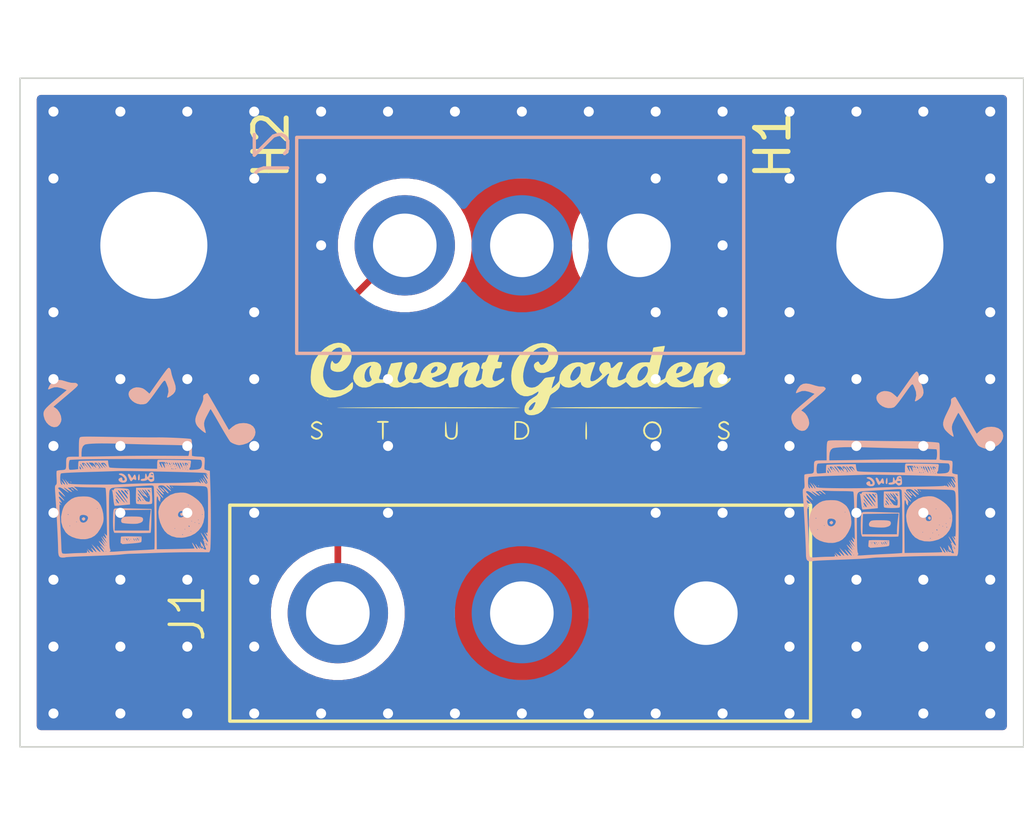
<source format=kicad_pcb>
(kicad_pcb (version 20241229) (generator "pcbnew") (generator_version "9.0")
  (layers (0 "F.Cu" signal) (2 "B.Cu" signal) (13 "F.Paste" user) (15 "B.Paste" user) (5 "F.SilkS" user "F.Silkscreen") (7 "B.SilkS" user "B.Silkscreen") (1 "F.Mask" user) (3 "B.Mask" user) (25 "Edge.Cuts" user))
  (net 0 "")
  (net 1 "GND")
  (net 2 "+5V")
  (net 3 "/Px")
  (footprint "conn:Souder_cable" (layer "F.Cu") (at 145 105)
    (property "Reference" "J1" (at -10 0 90) (layer "F.SilkS") (effects (font (thickness 0.1))))
    (property "Value" "Conn_01x03")
    (pad "1" thru_hole circle (at -5.5 0) (size 3 3) (drill 1.9) (layers "*.Cu" "*.Mask") (net 3 "/Px"))
    (pad "2" thru_hole circle (at 0 0) (size 3 3) (drill 1.9) (layers "*.Cu" "*.Mask") (net 2 "+5V"))
    (pad "3" thru_hole circle (at 5.5 0) (size 3 3) (drill 1.9) (layers "*.Cu" "*.Mask") (net 1 "GND"))
  )
  (footprint "MountingHole:MountingHole_3.2mm_M3_DIN965_Pad_TopBottom" (layer "F.Cu") (at 156 94 -90)
    (property "Reference" "H1" (at -3 3.5 90) (layer "F.SilkS"))
    (property "Value" "MountingHole_Pad")
    (pad "1" thru_hole circle (at 0 0 270) (size 3.6 3.6) (drill 3.2) (layers "*.Cu" "*.Mask") (net 1 "GND"))
    (pad "1" connect circle (at 0 0 270) (size 5.6 5.6) (layers "F.Cu" "F.Mask") (net 1 "GND"))
    (pad "1" connect circle (at 0 0 270) (size 5.6 5.6) (layers "B.Cu" "B.Mask") (net 1 "GND"))
  )
  (footprint "Logo_Covent_petit:logo_covent" (layer "F.Cu") (at 145 98.5)
    (property "Reference" "G***" (hide yes))
    (property "Value" "LOGO" (hide yes))
  )
  (footprint "MountingHole:MountingHole_3.2mm_M3_DIN965_Pad_TopBottom" (layer "F.Cu") (at 134 94 -90)
    (property "Reference" "H2" (at -3 -3.5 270) (layer "F.SilkS"))
    (property "Value" "MountingHole_Pad")
    (pad "1" thru_hole circle (at 0 0 270) (size 3.6 3.6) (drill 3.2) (layers "*.Cu" "*.Mask") (net 1 "GND"))
    (pad "1" connect circle (at 0 0 270) (size 5.6 5.6) (layers "F.Cu" "F.Mask") (net 1 "GND"))
    (pad "1" connect circle (at 0 0 270) (size 5.6 5.6) (layers "B.Cu" "B.Mask") (net 1 "GND"))
  )
  (footprint "Logo_Covent_petit:dessin_logo" (layer "B.Cu") (at 133.638681 100.638998 180)
    (property "Reference" "G***" (hide yes))
    (property "Value" "LOGO" (hide yes))
  )
  (footprint "conn:MR30-F" (layer "B.Cu") (at 145 94)
    (property "Reference" "J2" (at -7.54 -2.65 270) (layer "B.SilkS") (effects (font (thickness 0.1)) (justify mirror)))
    (property "Value" "Conn_01x03")
    (pad "1" thru_hole circle (at -3.5 0) (size 3 3) (drill 1.9) (layers "*.Cu" "*.Mask") (net 3 "/Px"))
    (pad "2" thru_hole circle (at 0 0) (size 3 3) (drill 1.9) (layers "*.Cu" "*.Mask") (net 2 "+5V"))
    (pad "3" thru_hole circle (at 3.5 0) (size 3 3) (drill 1.9) (layers "*.Cu" "*.Mask") (net 1 "GND"))
  )
  (footprint "Logo_Covent_petit:dessin_logo" (layer "B.Cu") (at 155.99 100.75 180)
    (property "Reference" "G***" (hide yes))
    (property "Value" "LOGO" (hide yes))
  )
  (gr_rect (start 130 89) (end 160 109) (stroke (width 0.05)) (fill no) (layer "Edge.Cuts"))
  (via (at 137 106) (size 0.6) (drill 0.3) (layers "F.Cu" "B.Cu") (net 1))
  (via (at 143 108) (size 0.6) (drill 0.3) (layers "F.Cu" "B.Cu") (net 1))
  (via (at 131 90) (size 0.6) (drill 0.3) (layers "F.Cu" "B.Cu") (net 1))
  (via (at 133 102) (size 0.6) (drill 0.3) (layers "F.Cu" "B.Cu") (net 1))
  (via (at 149 90) (size 0.6) (drill 0.3) (layers "F.Cu" "B.Cu") (net 1))
  (via (at 151 94) (size 0.6) (drill 0.3) (layers "F.Cu" "B.Cu") (net 1))
  (via (at 141 100) (size 0.6) (drill 0.3) (layers "F.Cu" "B.Cu") (net 1))
  (via (at 133 100) (size 0.6) (drill 0.3) (layers "F.Cu" "B.Cu") (net 1))
  (via (at 159 90) (size 0.6) (drill 0.3) (layers "F.Cu" "B.Cu") (net 1))
  (via (at 133 106) (size 0.6) (drill 0.3) (layers "F.Cu" "B.Cu") (net 1))
  (via (at 149 102) (size 0.6) (drill 0.3) (layers "F.Cu" "B.Cu") (net 1))
  (via (at 157 104) (size 0.6) (drill 0.3) (layers "F.Cu" "B.Cu") (net 1))
  (via (at 131 92) (size 0.6) (drill 0.3) (layers "F.Cu" "B.Cu") (net 1))
  (via (at 153 100) (size 0.6) (drill 0.3) (layers "F.Cu" "B.Cu") (net 1))
  (via (at 139 94) (size 0.6) (drill 0.3) (layers "F.Cu" "B.Cu") (net 1))
  (via (at 151 90) (size 0.6) (drill 0.3) (layers "F.Cu" "B.Cu") (net 1))
  (via (at 155 98) (size 0.6) (drill 0.3) (layers "F.Cu" "B.Cu") (net 1))
  (via (at 135 104) (size 0.6) (drill 0.3) (layers "F.Cu" "B.Cu") (net 1))
  (via (at 137 100) (size 0.6) (drill 0.3) (layers "F.Cu" "B.Cu") (net 1))
  (via (at 147 90) (size 0.6) (drill 0.3) (layers "F.Cu" "B.Cu") (net 1))
  (via (at 157 98) (size 0.6) (drill 0.3) (layers "F.Cu" "B.Cu") (net 1))
  (via (at 149 96) (size 0.6) (drill 0.3) (layers "F.Cu" "B.Cu") (net 1))
  (via (at 135 90) (size 0.6) (drill 0.3) (layers "F.Cu" "B.Cu") (net 1))
  (via (at 135 102) (size 0.6) (drill 0.3) (layers "F.Cu" "B.Cu") (net 1))
  (via (at 151 102) (size 0.6) (drill 0.3) (layers "F.Cu" "B.Cu") (net 1))
  (via (at 131 104) (size 0.6) (drill 0.3) (layers "F.Cu" "B.Cu") (net 1))
  (via (at 155 106) (size 0.6) (drill 0.3) (layers "F.Cu" "B.Cu") (net 1))
  (via (at 137 92) (size 0.6) (drill 0.3) (layers "F.Cu" "B.Cu") (net 1))
  (via (at 139 90) (size 0.6) (drill 0.3) (layers "F.Cu" "B.Cu") (net 1))
  (via (at 137 104) (size 0.6) (drill 0.3) (layers "F.Cu" "B.Cu") (net 1))
  (via (at 149 98) (size 0.6) (drill 0.3) (layers "F.Cu" "B.Cu") (net 1))
  (via (at 155 90) (size 0.6) (drill 0.3) (layers "F.Cu" "B.Cu") (net 1))
  (via (at 153 90) (size 0.6) (drill 0.3) (layers "F.Cu" "B.Cu") (net 1))
  (via (at 159 102) (size 0.6) (drill 0.3) (layers "F.Cu" "B.Cu") (net 1))
  (via (at 139 108) (size 0.6) (drill 0.3) (layers "F.Cu" "B.Cu") (net 1))
  (via (at 155 100) (size 0.6) (drill 0.3) (layers "F.Cu" "B.Cu") (net 1))
  (via (at 131 108) (size 0.6) (drill 0.3) (layers "F.Cu" "B.Cu") (net 1))
  (via (at 159 104) (size 0.6) (drill 0.3) (layers "F.Cu" "B.Cu") (net 1))
  (via (at 157 100) (size 0.6) (drill 0.3) (layers "F.Cu" "B.Cu") (net 1))
  (via (at 137 102) (size 0.6) (drill 0.3) (layers "F.Cu" "B.Cu") (net 1))
  (via (at 157 108) (size 0.6) (drill 0.3) (layers "F.Cu" "B.Cu") (net 1))
  (via (at 153 102) (size 0.6) (drill 0.3) (layers "F.Cu" "B.Cu") (net 1))
  (via (at 143 90) (size 0.6) (drill 0.3) (layers "F.Cu" "B.Cu") (net 1))
  (via (at 159 92) (size 0.6) (drill 0.3) (layers "F.Cu" "B.Cu") (net 1))
  (via (at 159 98) (size 0.6) (drill 0.3) (layers "F.Cu" "B.Cu") (net 1))
  (via (at 131 96) (size 0.6) (drill 0.3) (layers "F.Cu" "B.Cu") (net 1))
  (via (at 157 90) (size 0.6) (drill 0.3) (layers "F.Cu" "B.Cu") (net 1))
  (via (at 145 90) (size 0.6) (drill 0.3) (layers "F.Cu" "B.Cu") (net 1))
  (via (at 157 102) (size 0.6) (drill 0.3) (layers "F.Cu" "B.Cu") (net 1))
  (via (at 135 98) (size 0.6) (drill 0.3) (layers "F.Cu" "B.Cu") (net 1))
  (via (at 151 100) (size 0.6) (drill 0.3) (layers "F.Cu" "B.Cu") (net 1))
  (via (at 159 96) (size 0.6) (drill 0.3) (layers "F.Cu" "B.Cu") (net 1))
  (via (at 155 102) (size 0.6) (drill 0.3) (layers "F.Cu" "B.Cu") (net 1))
  (via (at 159 106) (size 0.6) (drill 0.3) (layers "F.Cu" "B.Cu") (net 1))
  (via (at 137 96) (size 0.6) (drill 0.3) (layers "F.Cu" "B.Cu") (net 1))
  (via (at 159 100) (size 0.6) (drill 0.3) (layers "F.Cu" "B.Cu") (net 1))
  (via (at 153 98) (size 0.6) (drill 0.3) (layers "F.Cu" "B.Cu") (net 1))
  (via (at 131 106) (size 0.6) (drill 0.3) (layers "F.Cu" "B.Cu") (net 1))
  (via (at 131 100) (size 0.6) (drill 0.3) (layers "F.Cu" "B.Cu") (net 1))
  (via (at 153 106) (size 0.6) (drill 0.3) (layers "F.Cu" "B.Cu") (net 1))
  (via (at 149 108) (size 0.6) (drill 0.3) (layers "F.Cu" "B.Cu") (net 1))
  (via (at 153 108) (size 0.6) (drill 0.3) (layers "F.Cu" "B.Cu") (net 1))
  (via (at 151 92) (size 0.6) (drill 0.3) (layers "F.Cu" "B.Cu") (net 1))
  (via (at 155 108) (size 0.6) (drill 0.3) (layers "F.Cu" "B.Cu") (net 1))
  (via (at 141 108) (size 0.6) (drill 0.3) (layers "F.Cu" "B.Cu") (net 1))
  (via (at 159 108) (size 0.6) (drill 0.3) (layers "F.Cu" "B.Cu") (net 1))
  (via (at 155 104) (size 0.6) (drill 0.3) (layers "F.Cu" "B.Cu") (net 1))
  (via (at 135 100) (size 0.6) (drill 0.3) (layers "F.Cu" "B.Cu") (net 1))
  (via (at 145 108) (size 0.6) (drill 0.3) (layers "F.Cu" "B.Cu") (net 1))
  (via (at 133 90) (size 0.6) (drill 0.3) (layers "F.Cu" "B.Cu") (net 1))
  (via (at 141 90) (size 0.6) (drill 0.3) (layers "F.Cu" "B.Cu") (net 1))
  (via (at 149 92) (size 0.6) (drill 0.3) (layers "F.Cu" "B.Cu") (net 1))
  (via (at 135 108) (size 0.6) (drill 0.3) (layers "F.Cu" "B.Cu") (net 1))
  (via (at 153 96) (size 0.6) (drill 0.3) (layers "F.Cu" "B.Cu") (net 1))
  (via (at 137 90) (size 0.6) (drill 0.3) (layers "F.Cu" "B.Cu") (net 1))
  (via (at 151 98) (size 0.6) (drill 0.3) (layers "F.Cu" "B.Cu") (net 1))
  (via (at 133 104) (size 0.6) (drill 0.3) (layers "F.Cu" "B.Cu") (net 1))
  (via (at 137 98) (size 0.6) (drill 0.3) (layers "F.Cu" "B.Cu") (net 1))
  (via (at 153 104) (size 0.6) (drill 0.3) (layers "F.Cu" "B.Cu") (net 1))
  (via (at 135 106) (size 0.6) (drill 0.3) (layers "F.Cu" "B.Cu") (net 1))
  (via (at 131 102) (size 0.6) (drill 0.3) (layers "F.Cu" "B.Cu") (net 1))
  (via (at 151 108) (size 0.6) (drill 0.3) (layers "F.Cu" "B.Cu") (net 1))
  (via (at 133 98) (size 0.6) (drill 0.3) (layers "F.Cu" "B.Cu") (net 1))
  (via (at 149 100) (size 0.6) (drill 0.3) (layers "F.Cu" "B.Cu") (net 1))
  (via (at 137 108) (size 0.6) (drill 0.3) (layers "F.Cu" "B.Cu") (net 1))
  (via (at 147 108) (size 0.6) (drill 0.3) (layers "F.Cu" "B.Cu") (net 1))
  (via (at 157 106) (size 0.6) (drill 0.3) (layers "F.Cu" "B.Cu") (net 1))
  (via (at 153 92) (size 0.6) (drill 0.3) (layers "F.Cu" "B.Cu") (net 1))
  (via (at 141 102) (size 0.6) (drill 0.3) (layers "F.Cu" "B.Cu") (net 1))
  (via (at 133 108) (size 0.6) (drill 0.3) (layers "F.Cu" "B.Cu") (net 1))
  (via (at 131 98) (size 0.6) (drill 0.3) (layers "F.Cu" "B.Cu") (net 1))
  (via (at 139 92) (size 0.6) (drill 0.3) (layers "F.Cu" "B.Cu") (net 1))
  (via (at 141 98) (size 0.6) (drill 0.3) (layers "F.Cu" "B.Cu") (net 1))
  (via (at 151 96) (size 0.6) (drill 0.3) (layers "F.Cu" "B.Cu") (net 1))
  (segment (start 139.5 96) (end 139.5 103.5) (width 0.2) (layer "F.Cu") (net 3))
  (segment (start 141.5 94) (end 139.5 96) (width 0.2) (layer "F.Cu") (net 3))
  (zone (net 2) (net_name "+5V") (layer "F.Cu") (priority 1) (connect_pads yes (clearance 0.5)) (min_thickness 0.25) (fill yes (thermal_gap 0.5) (thermal_bridge_width 0.5))
    (polygon (pts (xy 147 92) (xy 147 96) (xy 147 107) (xy 143 107) (xy 143 92)))
  )
  (zone (net 1) (net_name "GND") (layers "F.Cu" "B.Cu") (connect_pads yes (clearance 0.5)) (min_thickness 0.25) (fill yes (thermal_gap 0.5) (thermal_bridge_width 0.5))
    (polygon (pts (xy 160 89) (xy 160 109) (xy 130 109) (xy 130 89)))
  )
)
</source>
